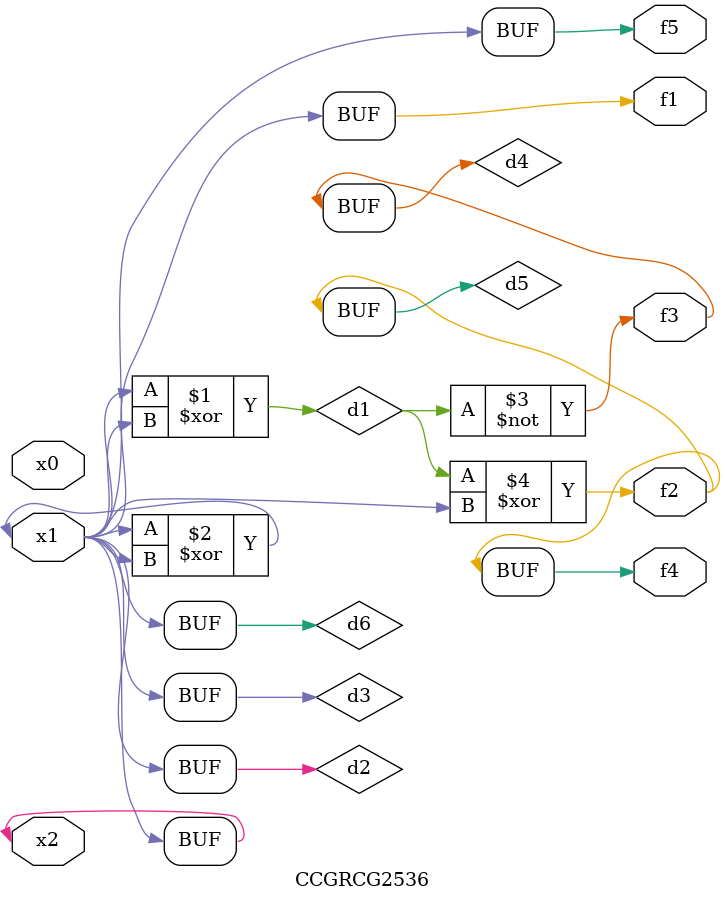
<source format=v>
module CCGRCG2536(
	input x0, x1, x2,
	output f1, f2, f3, f4, f5
);

	wire d1, d2, d3, d4, d5, d6;

	xor (d1, x1, x2);
	buf (d2, x1, x2);
	xor (d3, x1, x2);
	nor (d4, d1);
	xor (d5, d1, d2);
	buf (d6, d2, d3);
	assign f1 = d6;
	assign f2 = d5;
	assign f3 = d4;
	assign f4 = d5;
	assign f5 = d6;
endmodule

</source>
